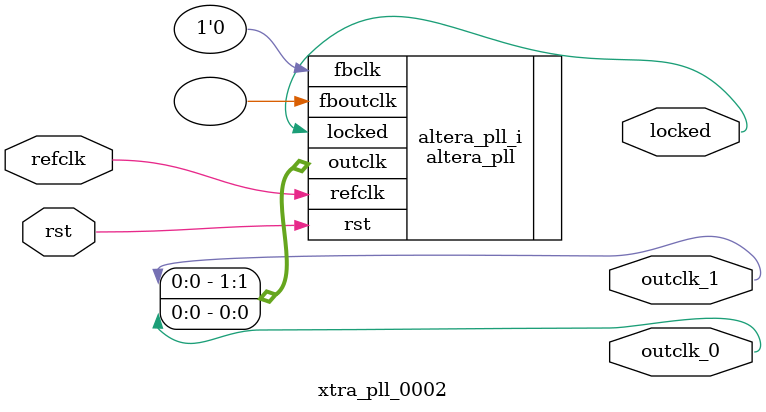
<source format=v>
`timescale 1ns/10ps
module  xtra_pll_0002(

	// interface 'refclk'
	input wire refclk,

	// interface 'reset'
	input wire rst,

	// interface 'outclk0'
	output wire outclk_0,

	// interface 'outclk1'
	output wire outclk_1,

	// interface 'locked'
	output wire locked
);

	altera_pll #(
		.fractional_vco_multiplier("false"),
		.reference_clock_frequency("50.0 MHz"),
		.operation_mode("direct"),
		.number_of_clocks(2),
		.output_clock_frequency0("33.333333 MHz"),
		.phase_shift0("0 ps"),
		.duty_cycle0(50),
		.output_clock_frequency1("100.000000 MHz"),
		.phase_shift1("0 ps"),
		.duty_cycle1(50),
		.output_clock_frequency2("0 MHz"),
		.phase_shift2("0 ps"),
		.duty_cycle2(50),
		.output_clock_frequency3("0 MHz"),
		.phase_shift3("0 ps"),
		.duty_cycle3(50),
		.output_clock_frequency4("0 MHz"),
		.phase_shift4("0 ps"),
		.duty_cycle4(50),
		.output_clock_frequency5("0 MHz"),
		.phase_shift5("0 ps"),
		.duty_cycle5(50),
		.output_clock_frequency6("0 MHz"),
		.phase_shift6("0 ps"),
		.duty_cycle6(50),
		.output_clock_frequency7("0 MHz"),
		.phase_shift7("0 ps"),
		.duty_cycle7(50),
		.output_clock_frequency8("0 MHz"),
		.phase_shift8("0 ps"),
		.duty_cycle8(50),
		.output_clock_frequency9("0 MHz"),
		.phase_shift9("0 ps"),
		.duty_cycle9(50),
		.output_clock_frequency10("0 MHz"),
		.phase_shift10("0 ps"),
		.duty_cycle10(50),
		.output_clock_frequency11("0 MHz"),
		.phase_shift11("0 ps"),
		.duty_cycle11(50),
		.output_clock_frequency12("0 MHz"),
		.phase_shift12("0 ps"),
		.duty_cycle12(50),
		.output_clock_frequency13("0 MHz"),
		.phase_shift13("0 ps"),
		.duty_cycle13(50),
		.output_clock_frequency14("0 MHz"),
		.phase_shift14("0 ps"),
		.duty_cycle14(50),
		.output_clock_frequency15("0 MHz"),
		.phase_shift15("0 ps"),
		.duty_cycle15(50),
		.output_clock_frequency16("0 MHz"),
		.phase_shift16("0 ps"),
		.duty_cycle16(50),
		.output_clock_frequency17("0 MHz"),
		.phase_shift17("0 ps"),
		.duty_cycle17(50),
		.pll_type("General"),
		.pll_subtype("General")
	) altera_pll_i (
		.rst	(rst),
		.outclk	({outclk_1, outclk_0}),
		.locked	(locked),
		.fboutclk	( ),
		.fbclk	(1'b0),
		.refclk	(refclk)
	);
endmodule


</source>
